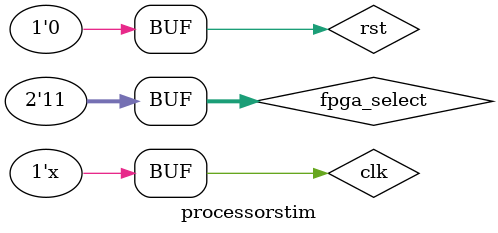
<source format=v>
`timescale 1ns / 1ps


module processorstim;

	// Inputs
	reg rst;
	reg clk;
	reg [1:0] fpga_select;

	// Outputs
	wire [7:0] fpga_out;
	wire [7:0] alu_out;
	wire [3:0] opo;
	wire [7:0] data_ram;
	wire [7:0] R0_OUT;
	wire [7:0] R1_OUT;
   wire [7:0] R2_OUT;
	wire [7:0] R3_OUT;
	wire [7:0] BUS1;
	wire [7:0] ALU_FLAG_OUT;
	
	// Instantiate the Unit Under Test (UUT)
	processor uut (
		.rst(rst), 
		.clk(clk), 
		.fpga_select(fpga_select), 
		.fpga_out(fpga_out), 
		.alu_out(alu_out), 
		.opo(opo), 
		.data_ram(data_ram),
		.R0_OUT(R0_OUT),
		.R1_OUT(R1_OUT),
		.R2_OUT(R2_OUT),
		.R3_OUT(R3_OUT),
		.BUS1(BUS1),
		.ALU_FLAG_OUT(ALU_FLAG_OUT)
	);
always
#10 clk = ~clk;
	initial begin
		// Initialize Inputs
		rst = 1;
		clk = 0;
		fpga_select = 0;

		// Wait 100 ns for global reset to finish
		#50;
      rst = 0;
		fpga_select = 2'd2;
		
		
		#500;
		fpga_select = 2'd3;
	end
      
endmodule


</source>
